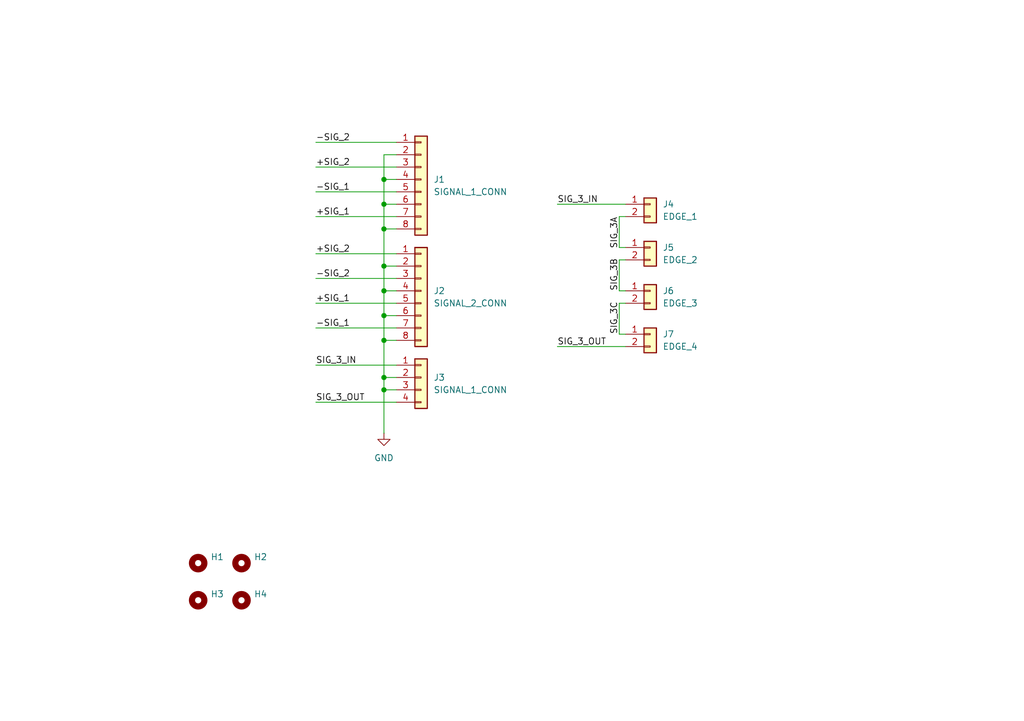
<source format=kicad_sch>
(kicad_sch (version 20250114) (generator "eeschema") (generator_version "9.0")
  (paper "A5")
  (title_block (title "detpan1_A") (date "2025-07-21") (rev "A") (company "TamperSec") (comment 1 "Justin Newkirk"))
  (lib_symbols
    (symbol "Connector_Generic:Conn_01x02" (pin_names (offset 1.016) (hide yes))
      (property "Reference" "J" (at 0 2.54 0))
      (property "Value" "Conn_01x02" (at 0 -5.08 0))
      (symbol "Conn_01x02_1_1"
        (rectangle (start -1.27 1.27) (end 1.27 -3.81) (stroke (width 0.254)) (fill (type background)))
        (rectangle (start -1.27 0.127) (end 0 -0.127) (stroke (width 0.1524)))
        (rectangle (start -1.27 -2.413) (end 0 -2.667) (stroke (width 0.1524)))
        (pin passive line (at -5.08 0 0) (length 3.81) (name "Pin_1") (number "1"))
        (pin passive line (at -5.08 -2.54 0) (length 3.81) (name "Pin_2") (number "2"))
      )
    )
    (symbol "Connector_Generic:Conn_01x04" (pin_names (offset 1.016) (hide yes))
      (property "Reference" "J" (at 0 5.08 0))
      (property "Value" "Conn_01x04" (at 0 -7.62 0))
      (symbol "Conn_01x04_1_1"
        (rectangle (start -1.27 3.81) (end 1.27 -6.35) (stroke (width 0.254)) (fill (type background)))
        (rectangle (start -1.27 2.667) (end 0 2.413) (stroke (width 0.1524)))
        (rectangle (start -1.27 0.127) (end 0 -0.127) (stroke (width 0.1524)))
        (rectangle (start -1.27 -2.413) (end 0 -2.667) (stroke (width 0.1524)))
        (rectangle (start -1.27 -4.953) (end 0 -5.207) (stroke (width 0.1524)))
        (pin passive line (at -5.08 2.54 0) (length 3.81) (name "Pin_1") (number "1"))
        (pin passive line (at -5.08 0 0) (length 3.81) (name "Pin_2") (number "2"))
        (pin passive line (at -5.08 -2.54 0) (length 3.81) (name "Pin_3") (number "3"))
        (pin passive line (at -5.08 -5.08 0) (length 3.81) (name "Pin_4") (number "4"))
      )
    )
    (symbol "Connector_Generic:Conn_01x08" (pin_names (offset 1.016) (hide yes))
      (property "Reference" "J" (at 0 10.16 0))
      (property "Value" "Conn_01x08" (at 0 -12.7 0))
      (symbol "Conn_01x08_1_1"
        (rectangle (start -1.27 8.89) (end 1.27 -11.43) (stroke (width 0.254)) (fill (type background)))
        (rectangle (start -1.27 7.747) (end 0 7.493) (stroke (width 0.1524)))
        (rectangle (start -1.27 5.207) (end 0 4.953) (stroke (width 0.1524)))
        (rectangle (start -1.27 2.667) (end 0 2.413) (stroke (width 0.1524)))
        (rectangle (start -1.27 0.127) (end 0 -0.127) (stroke (width 0.1524)))
        (rectangle (start -1.27 -2.413) (end 0 -2.667) (stroke (width 0.1524)))
        (rectangle (start -1.27 -4.953) (end 0 -5.207) (stroke (width 0.1524)))
        (rectangle (start -1.27 -7.493) (end 0 -7.747) (stroke (width 0.1524)))
        (rectangle (start -1.27 -10.033) (end 0 -10.287) (stroke (width 0.1524)))
        (pin passive line (at -5.08 7.62 0) (length 3.81) (name "Pin_1") (number "1"))
        (pin passive line (at -5.08 5.08 0) (length 3.81) (name "Pin_2") (number "2"))
        (pin passive line (at -5.08 2.54 0) (length 3.81) (name "Pin_3") (number "3"))
        (pin passive line (at -5.08 0 0) (length 3.81) (name "Pin_4") (number "4"))
        (pin passive line (at -5.08 -2.54 0) (length 3.81) (name "Pin_5") (number "5"))
        (pin passive line (at -5.08 -5.08 0) (length 3.81) (name "Pin_6") (number "6"))
        (pin passive line (at -5.08 -7.62 0) (length 3.81) (name "Pin_7") (number "7"))
        (pin passive line (at -5.08 -10.16 0) (length 3.81) (name "Pin_8") (number "8"))
      )
    )
    (symbol "Mechanical:MountingHole" (pin_names (offset 1.016)) (in_bom no)
      (property "Reference" "H" (at 0 5.08 0))
      (property "Value" "MountingHole" (at 0 3.175 0))
      (symbol "MountingHole_0_1"
        (circle (center 0 0) (radius 1.27) (stroke (width 1.27)))
      )
    )
    (symbol "power:GND" (power) (pin_numbers (hide yes)) (pin_names (offset 0) (hide yes))
      (property "Value" "GND" (at 0 -3.81 0))
      (symbol "GND_0_1"
        (polyline (pts (xy 0 0) (xy 0 -1.27) (xy 1.27 -1.27) (xy 0 -2.54) (xy -1.27 -1.27) (xy 0 -1.27)))
      )
      (symbol "GND_1_1"
        (pin power_in line (at 0 0 270) (length 0) (name "~") (number "1"))
      )
    )
  )
  (junction (at 78.74 36.83))
  (junction (at 78.74 46.99))
  (junction (at 78.74 41.91))
  (junction (at 78.74 64.77))
  (junction (at 78.74 54.61))
  (junction (at 78.74 59.69))
  (junction (at 78.74 69.85))
  (junction (at 78.74 80.01))
  (junction (at 78.74 77.47))
  (wire (pts (xy 78.74 54.61) (xy 81.28 54.61)))
  (wire (pts (xy 78.74 31.75) (xy 78.74 36.83)))
  (wire (pts (xy 78.74 41.91) (xy 78.74 46.99)))
  (wire (pts (xy 64.77 34.29) (xy 81.28 34.29)))
  (wire (pts (xy 64.77 62.23) (xy 81.28 62.23)))
  (wire (pts (xy 78.74 59.69) (xy 81.28 59.69)))
  (wire (pts (xy 78.74 69.85) (xy 81.28 69.85)))
  (wire (pts (xy 78.74 64.77) (xy 81.28 64.77)))
  (wire (pts (xy 78.74 64.77) (xy 78.74 69.85)))
  (wire (pts (xy 64.77 67.31) (xy 81.28 67.31)))
  (wire (pts (xy 78.74 54.61) (xy 78.74 59.69)))
  (wire (pts (xy 64.77 39.37) (xy 81.28 39.37)))
  (wire (pts (xy 114.3 41.91) (xy 128.27 41.91)))
  (wire (pts (xy 78.74 69.85) (xy 78.74 77.47)))
  (wire (pts (xy 78.74 46.99) (xy 78.74 54.61)))
  (wire (pts (xy 127 53.34) (xy 127 59.69)))
  (wire (pts (xy 78.74 36.83) (xy 78.74 41.91)))
  (wire (pts (xy 128.27 53.34) (xy 127 53.34)))
  (wire (pts (xy 78.74 41.91) (xy 81.28 41.91)))
  (wire (pts (xy 81.28 31.75) (xy 78.74 31.75)))
  (wire (pts (xy 127 68.58) (xy 128.27 68.58)))
  (wire (pts (xy 78.74 36.83) (xy 81.28 36.83)))
  (wire (pts (xy 127 50.8) (xy 128.27 50.8)))
  (wire (pts (xy 78.74 80.01) (xy 78.74 88.9)))
  (wire (pts (xy 128.27 62.23) (xy 127 62.23)))
  (wire (pts (xy 64.77 82.55) (xy 81.28 82.55)))
  (wire (pts (xy 128.27 44.45) (xy 127 44.45)))
  (wire (pts (xy 127 44.45) (xy 127 50.8)))
  (wire (pts (xy 64.77 57.15) (xy 81.28 57.15)))
  (wire (pts (xy 78.74 77.47) (xy 81.28 77.47)))
  (wire (pts (xy 114.3 71.12) (xy 128.27 71.12)))
  (wire (pts (xy 64.77 29.21) (xy 81.28 29.21)))
  (wire (pts (xy 64.77 52.07) (xy 81.28 52.07)))
  (wire (pts (xy 78.74 80.01) (xy 81.28 80.01)))
  (wire (pts (xy 127 59.69) (xy 128.27 59.69)))
  (wire (pts (xy 78.74 46.99) (xy 81.28 46.99)))
  (wire (pts (xy 64.77 44.45) (xy 81.28 44.45)))
  (wire (pts (xy 127 62.23) (xy 127 68.58)))
  (wire (pts (xy 78.74 59.69) (xy 78.74 64.77)))
  (wire (pts (xy 78.74 77.47) (xy 78.74 80.01)))
  (wire (pts (xy 64.77 74.93) (xy 81.28 74.93)))
  (label "SIG_3_OUT" (at 114.3 71.12 0))
  (label "-SIG_2" (at 64.77 29.21 0))
  (label "+SIG_2" (at 64.77 34.29 0))
  (label "SIG_3_OUT" (at 64.77 82.55 0))
  (label "+SIG_2" (at 64.77 52.07 0))
  (label "SIG_3_IN" (at 114.3 41.91 0))
  (label "+SIG_1" (at 64.77 44.45 0))
  (label "SIG_3C" (at 127 68.58 90))
  (label "-SIG_2" (at 64.77 57.15 0))
  (label "-SIG_1" (at 64.77 67.31 0))
  (label "-SIG_1" (at 64.77 39.37 0))
  (label "SIG_3_IN" (at 64.77 74.93 0))
  (label "SIG_3B" (at 127 59.69 90))
  (label "SIG_3A" (at 127 44.45 270))
  (label "+SIG_1" (at 64.77 62.23 0))
  (symbol (lib_id "Mechanical:MountingHole") (at 40.64 123.19 0) (unit 1) (in_bom no)
    (property "Reference" "H3" (at 43.18 121.9199 0) (effects (justify left)))
    (property "Footprint" "MountingHole:MountingHole_3.2mm_M3" (effects (hide yes)))
    (property "Description" "Mounting Hole without connection" (effects (hide yes)))
  )
  (symbol (lib_id "Connector_Generic:Conn_01x02") (at 133.35 41.91 0) (unit 1)
    (property "Reference" "J4" (at 135.89 41.9099 0) (effects (justify left)))
    (property "Value" "EDGE_1" (at 135.89 44.4499 0) (effects (justify left)))
    (property "Footprint" "Library:EDGE_CONN_IO" (effects (hide yes)))
    (property "Description" "Generic connector, single row, 01x02, script generated (kicad-library-utils/schlib/autogen/connector/)" (effects (hide yes)))
  )
  (symbol (lib_id "Connector_Generic:Conn_01x02") (at 133.35 68.58 0) (unit 1)
    (property "Reference" "J7" (at 135.89 68.5799 0) (effects (justify left)))
    (property "Value" "EDGE_4" (at 135.89 71.1199 0) (effects (justify left)))
    (property "Footprint" "Library:EDGE_CONN_IO" (effects (hide yes)))
    (property "Description" "Generic connector, single row, 01x02, script generated (kicad-library-utils/schlib/autogen/connector/)" (effects (hide yes)))
  )
  (symbol (lib_id "Mechanical:MountingHole") (at 49.53 123.19 0) (unit 1) (in_bom no)
    (property "Reference" "H4" (at 52.07 121.9199 0) (effects (justify left)))
    (property "Footprint" "MountingHole:MountingHole_3.2mm_M3" (effects (hide yes)))
    (property "Description" "Mounting Hole without connection" (effects (hide yes)))
  )
  (symbol (lib_id "Mechanical:MountingHole") (at 40.64 115.57 0) (unit 1) (in_bom no)
    (property "Reference" "H1" (at 43.18 114.2999 0) (effects (justify left)))
    (property "Footprint" "MountingHole:MountingHole_3.2mm_M3" (effects (hide yes)))
    (property "Description" "Mounting Hole without connection" (effects (hide yes)))
  )
  (symbol (lib_id "power:GND") (at 78.74 88.9 0) (unit 1)
    (property "Reference" "#PWR01" (effects (hide yes)))
    (property "Value" "GND" (at 78.74 93.98 0))
    (property "Description" "Power symbol creates a global label with name \"GND\" , ground" (effects (hide yes)))
  )
  (symbol (lib_id "Connector_Generic:Conn_01x02") (at 133.35 59.69 0) (unit 1)
    (property "Reference" "J6" (at 135.89 59.6899 0) (effects (justify left)))
    (property "Value" "EDGE_3" (at 135.89 62.2299 0) (effects (justify left)))
    (property "Footprint" "Library:EDGE_CONN_IO" (effects (hide yes)))
    (property "Description" "Generic connector, single row, 01x02, script generated (kicad-library-utils/schlib/autogen/connector/)" (effects (hide yes)))
  )
  (symbol (lib_id "Mechanical:MountingHole") (at 49.53 115.57 0) (unit 1) (in_bom no)
    (property "Reference" "H2" (at 52.07 114.2999 0) (effects (justify left)))
    (property "Footprint" "MountingHole:MountingHole_3.2mm_M3" (effects (hide yes)))
    (property "Description" "Mounting Hole without connection" (effects (hide yes)))
  )
  (symbol (lib_id "Connector_Generic:Conn_01x08") (at 86.36 36.83 0) (unit 1)
    (property "Reference" "J1" (at 88.9 36.8299 0) (effects (justify left)))
    (property "Value" "SIGNAL_1_CONN" (at 88.9 39.3699 0) (effects (justify left)))
    (property "Footprint" "Connector_JST:JST_GH_BM08B-GHS-TBT_1x08-1MP_P1.25mm_Vertical" (effects (hide yes)))
    (property "Description" "Generic connector, single row, 01x08, script generated (kicad-library-utils/schlib/autogen/connector/)" (effects (hide yes)))
  )
  (symbol (lib_id "Connector_Generic:Conn_01x08") (at 86.36 59.69 0) (unit 1)
    (property "Reference" "J2" (at 88.9 59.6899 0) (effects (justify left)))
    (property "Value" "SIGNAL_2_CONN" (at 88.9 62.2299 0) (effects (justify left)))
    (property "Footprint" "Connector_JST:JST_GH_BM08B-GHS-TBT_1x08-1MP_P1.25mm_Vertical" (effects (hide yes)))
    (property "Description" "Generic connector, single row, 01x08, script generated (kicad-library-utils/schlib/autogen/connector/)" (effects (hide yes)))
  )
  (symbol (lib_id "Connector_Generic:Conn_01x04") (at 86.36 77.47 0) (unit 1)
    (property "Reference" "J3" (at 88.9 77.4699 0) (effects (justify left)))
    (property "Value" "SIGNAL_1_CONN" (at 88.9 80.0099 0) (effects (justify left)))
    (property "Footprint" "Connector_JST:JST_GH_BM04B-GHS-TBT_1x04-1MP_P1.25mm_Vertical" (effects (hide yes)))
    (property "Description" "Generic connector, single row, 01x04, script generated (kicad-library-utils/schlib/autogen/connector/)" (effects (hide yes)))
    (property "JLCPCB Part #" "C225120" (effects (hide yes)))
  )
  (symbol (lib_id "Connector_Generic:Conn_01x02") (at 133.35 50.8 0) (unit 1)
    (property "Reference" "J5" (at 135.89 50.7999 0) (effects (justify left)))
    (property "Value" "EDGE_2" (at 135.89 53.3399 0) (effects (justify left)))
    (property "Footprint" "Library:EDGE_CONN_IO" (effects (hide yes)))
    (property "Description" "Generic connector, single row, 01x02, script generated (kicad-library-utils/schlib/autogen/connector/)" (effects (hide yes)))
  )
)
</source>
